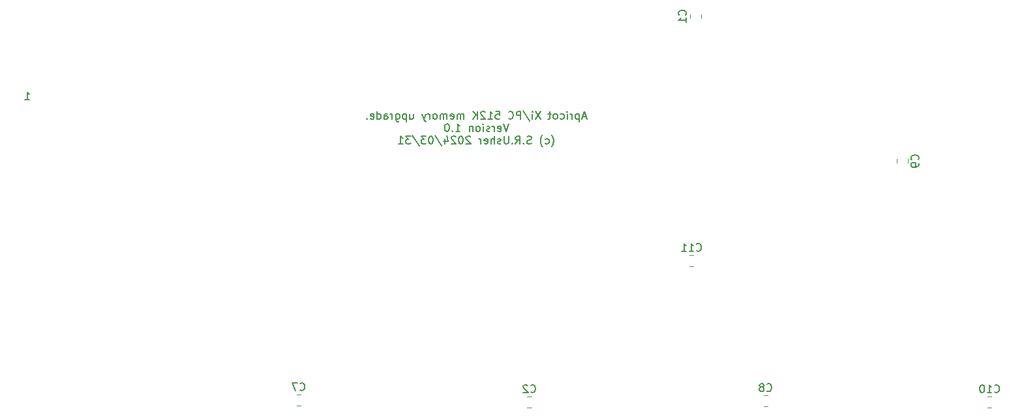
<source format=gbr>
%TF.GenerationSoftware,KiCad,Pcbnew,8.0.1*%
%TF.CreationDate,2024-03-31T12:23:00+01:00*%
%TF.ProjectId,Apricot-Xi-Expansion-RAM,41707269-636f-4742-9d58-692d45787061,rev?*%
%TF.SameCoordinates,Original*%
%TF.FileFunction,Legend,Bot*%
%TF.FilePolarity,Positive*%
%FSLAX46Y46*%
G04 Gerber Fmt 4.6, Leading zero omitted, Abs format (unit mm)*
G04 Created by KiCad (PCBNEW 8.0.1) date 2024-03-31 12:23:00*
%MOMM*%
%LPD*%
G01*
G04 APERTURE LIST*
%ADD10C,0.150000*%
%ADD11C,0.120000*%
G04 APERTURE END LIST*
D10*
X160530095Y-66739716D02*
X160053905Y-66739716D01*
X160625333Y-67025431D02*
X160292000Y-66025431D01*
X160292000Y-66025431D02*
X159958667Y-67025431D01*
X159625333Y-66358764D02*
X159625333Y-67358764D01*
X159625333Y-66406383D02*
X159530095Y-66358764D01*
X159530095Y-66358764D02*
X159339619Y-66358764D01*
X159339619Y-66358764D02*
X159244381Y-66406383D01*
X159244381Y-66406383D02*
X159196762Y-66454002D01*
X159196762Y-66454002D02*
X159149143Y-66549240D01*
X159149143Y-66549240D02*
X159149143Y-66834954D01*
X159149143Y-66834954D02*
X159196762Y-66930192D01*
X159196762Y-66930192D02*
X159244381Y-66977812D01*
X159244381Y-66977812D02*
X159339619Y-67025431D01*
X159339619Y-67025431D02*
X159530095Y-67025431D01*
X159530095Y-67025431D02*
X159625333Y-66977812D01*
X158720571Y-67025431D02*
X158720571Y-66358764D01*
X158720571Y-66549240D02*
X158672952Y-66454002D01*
X158672952Y-66454002D02*
X158625333Y-66406383D01*
X158625333Y-66406383D02*
X158530095Y-66358764D01*
X158530095Y-66358764D02*
X158434857Y-66358764D01*
X158101523Y-67025431D02*
X158101523Y-66358764D01*
X158101523Y-66025431D02*
X158149142Y-66073050D01*
X158149142Y-66073050D02*
X158101523Y-66120669D01*
X158101523Y-66120669D02*
X158053904Y-66073050D01*
X158053904Y-66073050D02*
X158101523Y-66025431D01*
X158101523Y-66025431D02*
X158101523Y-66120669D01*
X157196762Y-66977812D02*
X157292000Y-67025431D01*
X157292000Y-67025431D02*
X157482476Y-67025431D01*
X157482476Y-67025431D02*
X157577714Y-66977812D01*
X157577714Y-66977812D02*
X157625333Y-66930192D01*
X157625333Y-66930192D02*
X157672952Y-66834954D01*
X157672952Y-66834954D02*
X157672952Y-66549240D01*
X157672952Y-66549240D02*
X157625333Y-66454002D01*
X157625333Y-66454002D02*
X157577714Y-66406383D01*
X157577714Y-66406383D02*
X157482476Y-66358764D01*
X157482476Y-66358764D02*
X157292000Y-66358764D01*
X157292000Y-66358764D02*
X157196762Y-66406383D01*
X156625333Y-67025431D02*
X156720571Y-66977812D01*
X156720571Y-66977812D02*
X156768190Y-66930192D01*
X156768190Y-66930192D02*
X156815809Y-66834954D01*
X156815809Y-66834954D02*
X156815809Y-66549240D01*
X156815809Y-66549240D02*
X156768190Y-66454002D01*
X156768190Y-66454002D02*
X156720571Y-66406383D01*
X156720571Y-66406383D02*
X156625333Y-66358764D01*
X156625333Y-66358764D02*
X156482476Y-66358764D01*
X156482476Y-66358764D02*
X156387238Y-66406383D01*
X156387238Y-66406383D02*
X156339619Y-66454002D01*
X156339619Y-66454002D02*
X156292000Y-66549240D01*
X156292000Y-66549240D02*
X156292000Y-66834954D01*
X156292000Y-66834954D02*
X156339619Y-66930192D01*
X156339619Y-66930192D02*
X156387238Y-66977812D01*
X156387238Y-66977812D02*
X156482476Y-67025431D01*
X156482476Y-67025431D02*
X156625333Y-67025431D01*
X156006285Y-66358764D02*
X155625333Y-66358764D01*
X155863428Y-66025431D02*
X155863428Y-66882573D01*
X155863428Y-66882573D02*
X155815809Y-66977812D01*
X155815809Y-66977812D02*
X155720571Y-67025431D01*
X155720571Y-67025431D02*
X155625333Y-67025431D01*
X154625332Y-66025431D02*
X153958666Y-67025431D01*
X153958666Y-66025431D02*
X154625332Y-67025431D01*
X153577713Y-67025431D02*
X153577713Y-66358764D01*
X153577713Y-66025431D02*
X153625332Y-66073050D01*
X153625332Y-66073050D02*
X153577713Y-66120669D01*
X153577713Y-66120669D02*
X153530094Y-66073050D01*
X153530094Y-66073050D02*
X153577713Y-66025431D01*
X153577713Y-66025431D02*
X153577713Y-66120669D01*
X152387238Y-65977812D02*
X153244380Y-67263526D01*
X152053904Y-67025431D02*
X152053904Y-66025431D01*
X152053904Y-66025431D02*
X151672952Y-66025431D01*
X151672952Y-66025431D02*
X151577714Y-66073050D01*
X151577714Y-66073050D02*
X151530095Y-66120669D01*
X151530095Y-66120669D02*
X151482476Y-66215907D01*
X151482476Y-66215907D02*
X151482476Y-66358764D01*
X151482476Y-66358764D02*
X151530095Y-66454002D01*
X151530095Y-66454002D02*
X151577714Y-66501621D01*
X151577714Y-66501621D02*
X151672952Y-66549240D01*
X151672952Y-66549240D02*
X152053904Y-66549240D01*
X150482476Y-66930192D02*
X150530095Y-66977812D01*
X150530095Y-66977812D02*
X150672952Y-67025431D01*
X150672952Y-67025431D02*
X150768190Y-67025431D01*
X150768190Y-67025431D02*
X150911047Y-66977812D01*
X150911047Y-66977812D02*
X151006285Y-66882573D01*
X151006285Y-66882573D02*
X151053904Y-66787335D01*
X151053904Y-66787335D02*
X151101523Y-66596859D01*
X151101523Y-66596859D02*
X151101523Y-66454002D01*
X151101523Y-66454002D02*
X151053904Y-66263526D01*
X151053904Y-66263526D02*
X151006285Y-66168288D01*
X151006285Y-66168288D02*
X150911047Y-66073050D01*
X150911047Y-66073050D02*
X150768190Y-66025431D01*
X150768190Y-66025431D02*
X150672952Y-66025431D01*
X150672952Y-66025431D02*
X150530095Y-66073050D01*
X150530095Y-66073050D02*
X150482476Y-66120669D01*
X148815809Y-66025431D02*
X149291999Y-66025431D01*
X149291999Y-66025431D02*
X149339618Y-66501621D01*
X149339618Y-66501621D02*
X149291999Y-66454002D01*
X149291999Y-66454002D02*
X149196761Y-66406383D01*
X149196761Y-66406383D02*
X148958666Y-66406383D01*
X148958666Y-66406383D02*
X148863428Y-66454002D01*
X148863428Y-66454002D02*
X148815809Y-66501621D01*
X148815809Y-66501621D02*
X148768190Y-66596859D01*
X148768190Y-66596859D02*
X148768190Y-66834954D01*
X148768190Y-66834954D02*
X148815809Y-66930192D01*
X148815809Y-66930192D02*
X148863428Y-66977812D01*
X148863428Y-66977812D02*
X148958666Y-67025431D01*
X148958666Y-67025431D02*
X149196761Y-67025431D01*
X149196761Y-67025431D02*
X149291999Y-66977812D01*
X149291999Y-66977812D02*
X149339618Y-66930192D01*
X147815809Y-67025431D02*
X148387237Y-67025431D01*
X148101523Y-67025431D02*
X148101523Y-66025431D01*
X148101523Y-66025431D02*
X148196761Y-66168288D01*
X148196761Y-66168288D02*
X148291999Y-66263526D01*
X148291999Y-66263526D02*
X148387237Y-66311145D01*
X147434856Y-66120669D02*
X147387237Y-66073050D01*
X147387237Y-66073050D02*
X147291999Y-66025431D01*
X147291999Y-66025431D02*
X147053904Y-66025431D01*
X147053904Y-66025431D02*
X146958666Y-66073050D01*
X146958666Y-66073050D02*
X146911047Y-66120669D01*
X146911047Y-66120669D02*
X146863428Y-66215907D01*
X146863428Y-66215907D02*
X146863428Y-66311145D01*
X146863428Y-66311145D02*
X146911047Y-66454002D01*
X146911047Y-66454002D02*
X147482475Y-67025431D01*
X147482475Y-67025431D02*
X146863428Y-67025431D01*
X146434856Y-67025431D02*
X146434856Y-66025431D01*
X145863428Y-67025431D02*
X146291999Y-66454002D01*
X145863428Y-66025431D02*
X146434856Y-66596859D01*
X144672951Y-67025431D02*
X144672951Y-66358764D01*
X144672951Y-66454002D02*
X144625332Y-66406383D01*
X144625332Y-66406383D02*
X144530094Y-66358764D01*
X144530094Y-66358764D02*
X144387237Y-66358764D01*
X144387237Y-66358764D02*
X144291999Y-66406383D01*
X144291999Y-66406383D02*
X144244380Y-66501621D01*
X144244380Y-66501621D02*
X144244380Y-67025431D01*
X144244380Y-66501621D02*
X144196761Y-66406383D01*
X144196761Y-66406383D02*
X144101523Y-66358764D01*
X144101523Y-66358764D02*
X143958666Y-66358764D01*
X143958666Y-66358764D02*
X143863427Y-66406383D01*
X143863427Y-66406383D02*
X143815808Y-66501621D01*
X143815808Y-66501621D02*
X143815808Y-67025431D01*
X142958666Y-66977812D02*
X143053904Y-67025431D01*
X143053904Y-67025431D02*
X143244380Y-67025431D01*
X143244380Y-67025431D02*
X143339618Y-66977812D01*
X143339618Y-66977812D02*
X143387237Y-66882573D01*
X143387237Y-66882573D02*
X143387237Y-66501621D01*
X143387237Y-66501621D02*
X143339618Y-66406383D01*
X143339618Y-66406383D02*
X143244380Y-66358764D01*
X143244380Y-66358764D02*
X143053904Y-66358764D01*
X143053904Y-66358764D02*
X142958666Y-66406383D01*
X142958666Y-66406383D02*
X142911047Y-66501621D01*
X142911047Y-66501621D02*
X142911047Y-66596859D01*
X142911047Y-66596859D02*
X143387237Y-66692097D01*
X142482475Y-67025431D02*
X142482475Y-66358764D01*
X142482475Y-66454002D02*
X142434856Y-66406383D01*
X142434856Y-66406383D02*
X142339618Y-66358764D01*
X142339618Y-66358764D02*
X142196761Y-66358764D01*
X142196761Y-66358764D02*
X142101523Y-66406383D01*
X142101523Y-66406383D02*
X142053904Y-66501621D01*
X142053904Y-66501621D02*
X142053904Y-67025431D01*
X142053904Y-66501621D02*
X142006285Y-66406383D01*
X142006285Y-66406383D02*
X141911047Y-66358764D01*
X141911047Y-66358764D02*
X141768190Y-66358764D01*
X141768190Y-66358764D02*
X141672951Y-66406383D01*
X141672951Y-66406383D02*
X141625332Y-66501621D01*
X141625332Y-66501621D02*
X141625332Y-67025431D01*
X141006285Y-67025431D02*
X141101523Y-66977812D01*
X141101523Y-66977812D02*
X141149142Y-66930192D01*
X141149142Y-66930192D02*
X141196761Y-66834954D01*
X141196761Y-66834954D02*
X141196761Y-66549240D01*
X141196761Y-66549240D02*
X141149142Y-66454002D01*
X141149142Y-66454002D02*
X141101523Y-66406383D01*
X141101523Y-66406383D02*
X141006285Y-66358764D01*
X141006285Y-66358764D02*
X140863428Y-66358764D01*
X140863428Y-66358764D02*
X140768190Y-66406383D01*
X140768190Y-66406383D02*
X140720571Y-66454002D01*
X140720571Y-66454002D02*
X140672952Y-66549240D01*
X140672952Y-66549240D02*
X140672952Y-66834954D01*
X140672952Y-66834954D02*
X140720571Y-66930192D01*
X140720571Y-66930192D02*
X140768190Y-66977812D01*
X140768190Y-66977812D02*
X140863428Y-67025431D01*
X140863428Y-67025431D02*
X141006285Y-67025431D01*
X140244380Y-67025431D02*
X140244380Y-66358764D01*
X140244380Y-66549240D02*
X140196761Y-66454002D01*
X140196761Y-66454002D02*
X140149142Y-66406383D01*
X140149142Y-66406383D02*
X140053904Y-66358764D01*
X140053904Y-66358764D02*
X139958666Y-66358764D01*
X139720570Y-66358764D02*
X139482475Y-67025431D01*
X139244380Y-66358764D02*
X139482475Y-67025431D01*
X139482475Y-67025431D02*
X139577713Y-67263526D01*
X139577713Y-67263526D02*
X139625332Y-67311145D01*
X139625332Y-67311145D02*
X139720570Y-67358764D01*
X137672951Y-66358764D02*
X137672951Y-67025431D01*
X138101522Y-66358764D02*
X138101522Y-66882573D01*
X138101522Y-66882573D02*
X138053903Y-66977812D01*
X138053903Y-66977812D02*
X137958665Y-67025431D01*
X137958665Y-67025431D02*
X137815808Y-67025431D01*
X137815808Y-67025431D02*
X137720570Y-66977812D01*
X137720570Y-66977812D02*
X137672951Y-66930192D01*
X137196760Y-66358764D02*
X137196760Y-67358764D01*
X137196760Y-66406383D02*
X137101522Y-66358764D01*
X137101522Y-66358764D02*
X136911046Y-66358764D01*
X136911046Y-66358764D02*
X136815808Y-66406383D01*
X136815808Y-66406383D02*
X136768189Y-66454002D01*
X136768189Y-66454002D02*
X136720570Y-66549240D01*
X136720570Y-66549240D02*
X136720570Y-66834954D01*
X136720570Y-66834954D02*
X136768189Y-66930192D01*
X136768189Y-66930192D02*
X136815808Y-66977812D01*
X136815808Y-66977812D02*
X136911046Y-67025431D01*
X136911046Y-67025431D02*
X137101522Y-67025431D01*
X137101522Y-67025431D02*
X137196760Y-66977812D01*
X135863427Y-66358764D02*
X135863427Y-67168288D01*
X135863427Y-67168288D02*
X135911046Y-67263526D01*
X135911046Y-67263526D02*
X135958665Y-67311145D01*
X135958665Y-67311145D02*
X136053903Y-67358764D01*
X136053903Y-67358764D02*
X136196760Y-67358764D01*
X136196760Y-67358764D02*
X136291998Y-67311145D01*
X135863427Y-66977812D02*
X135958665Y-67025431D01*
X135958665Y-67025431D02*
X136149141Y-67025431D01*
X136149141Y-67025431D02*
X136244379Y-66977812D01*
X136244379Y-66977812D02*
X136291998Y-66930192D01*
X136291998Y-66930192D02*
X136339617Y-66834954D01*
X136339617Y-66834954D02*
X136339617Y-66549240D01*
X136339617Y-66549240D02*
X136291998Y-66454002D01*
X136291998Y-66454002D02*
X136244379Y-66406383D01*
X136244379Y-66406383D02*
X136149141Y-66358764D01*
X136149141Y-66358764D02*
X135958665Y-66358764D01*
X135958665Y-66358764D02*
X135863427Y-66406383D01*
X135387236Y-67025431D02*
X135387236Y-66358764D01*
X135387236Y-66549240D02*
X135339617Y-66454002D01*
X135339617Y-66454002D02*
X135291998Y-66406383D01*
X135291998Y-66406383D02*
X135196760Y-66358764D01*
X135196760Y-66358764D02*
X135101522Y-66358764D01*
X134339617Y-67025431D02*
X134339617Y-66501621D01*
X134339617Y-66501621D02*
X134387236Y-66406383D01*
X134387236Y-66406383D02*
X134482474Y-66358764D01*
X134482474Y-66358764D02*
X134672950Y-66358764D01*
X134672950Y-66358764D02*
X134768188Y-66406383D01*
X134339617Y-66977812D02*
X134434855Y-67025431D01*
X134434855Y-67025431D02*
X134672950Y-67025431D01*
X134672950Y-67025431D02*
X134768188Y-66977812D01*
X134768188Y-66977812D02*
X134815807Y-66882573D01*
X134815807Y-66882573D02*
X134815807Y-66787335D01*
X134815807Y-66787335D02*
X134768188Y-66692097D01*
X134768188Y-66692097D02*
X134672950Y-66644478D01*
X134672950Y-66644478D02*
X134434855Y-66644478D01*
X134434855Y-66644478D02*
X134339617Y-66596859D01*
X133434855Y-67025431D02*
X133434855Y-66025431D01*
X133434855Y-66977812D02*
X133530093Y-67025431D01*
X133530093Y-67025431D02*
X133720569Y-67025431D01*
X133720569Y-67025431D02*
X133815807Y-66977812D01*
X133815807Y-66977812D02*
X133863426Y-66930192D01*
X133863426Y-66930192D02*
X133911045Y-66834954D01*
X133911045Y-66834954D02*
X133911045Y-66549240D01*
X133911045Y-66549240D02*
X133863426Y-66454002D01*
X133863426Y-66454002D02*
X133815807Y-66406383D01*
X133815807Y-66406383D02*
X133720569Y-66358764D01*
X133720569Y-66358764D02*
X133530093Y-66358764D01*
X133530093Y-66358764D02*
X133434855Y-66406383D01*
X132577712Y-66977812D02*
X132672950Y-67025431D01*
X132672950Y-67025431D02*
X132863426Y-67025431D01*
X132863426Y-67025431D02*
X132958664Y-66977812D01*
X132958664Y-66977812D02*
X133006283Y-66882573D01*
X133006283Y-66882573D02*
X133006283Y-66501621D01*
X133006283Y-66501621D02*
X132958664Y-66406383D01*
X132958664Y-66406383D02*
X132863426Y-66358764D01*
X132863426Y-66358764D02*
X132672950Y-66358764D01*
X132672950Y-66358764D02*
X132577712Y-66406383D01*
X132577712Y-66406383D02*
X132530093Y-66501621D01*
X132530093Y-66501621D02*
X132530093Y-66596859D01*
X132530093Y-66596859D02*
X133006283Y-66692097D01*
X132101521Y-66930192D02*
X132053902Y-66977812D01*
X132053902Y-66977812D02*
X132101521Y-67025431D01*
X132101521Y-67025431D02*
X132149140Y-66977812D01*
X132149140Y-66977812D02*
X132101521Y-66930192D01*
X132101521Y-66930192D02*
X132101521Y-67025431D01*
X150482475Y-67635375D02*
X150149142Y-68635375D01*
X150149142Y-68635375D02*
X149815809Y-67635375D01*
X149101523Y-68587756D02*
X149196761Y-68635375D01*
X149196761Y-68635375D02*
X149387237Y-68635375D01*
X149387237Y-68635375D02*
X149482475Y-68587756D01*
X149482475Y-68587756D02*
X149530094Y-68492517D01*
X149530094Y-68492517D02*
X149530094Y-68111565D01*
X149530094Y-68111565D02*
X149482475Y-68016327D01*
X149482475Y-68016327D02*
X149387237Y-67968708D01*
X149387237Y-67968708D02*
X149196761Y-67968708D01*
X149196761Y-67968708D02*
X149101523Y-68016327D01*
X149101523Y-68016327D02*
X149053904Y-68111565D01*
X149053904Y-68111565D02*
X149053904Y-68206803D01*
X149053904Y-68206803D02*
X149530094Y-68302041D01*
X148625332Y-68635375D02*
X148625332Y-67968708D01*
X148625332Y-68159184D02*
X148577713Y-68063946D01*
X148577713Y-68063946D02*
X148530094Y-68016327D01*
X148530094Y-68016327D02*
X148434856Y-67968708D01*
X148434856Y-67968708D02*
X148339618Y-67968708D01*
X148053903Y-68587756D02*
X147958665Y-68635375D01*
X147958665Y-68635375D02*
X147768189Y-68635375D01*
X147768189Y-68635375D02*
X147672951Y-68587756D01*
X147672951Y-68587756D02*
X147625332Y-68492517D01*
X147625332Y-68492517D02*
X147625332Y-68444898D01*
X147625332Y-68444898D02*
X147672951Y-68349660D01*
X147672951Y-68349660D02*
X147768189Y-68302041D01*
X147768189Y-68302041D02*
X147911046Y-68302041D01*
X147911046Y-68302041D02*
X148006284Y-68254422D01*
X148006284Y-68254422D02*
X148053903Y-68159184D01*
X148053903Y-68159184D02*
X148053903Y-68111565D01*
X148053903Y-68111565D02*
X148006284Y-68016327D01*
X148006284Y-68016327D02*
X147911046Y-67968708D01*
X147911046Y-67968708D02*
X147768189Y-67968708D01*
X147768189Y-67968708D02*
X147672951Y-68016327D01*
X147196760Y-68635375D02*
X147196760Y-67968708D01*
X147196760Y-67635375D02*
X147244379Y-67682994D01*
X147244379Y-67682994D02*
X147196760Y-67730613D01*
X147196760Y-67730613D02*
X147149141Y-67682994D01*
X147149141Y-67682994D02*
X147196760Y-67635375D01*
X147196760Y-67635375D02*
X147196760Y-67730613D01*
X146577713Y-68635375D02*
X146672951Y-68587756D01*
X146672951Y-68587756D02*
X146720570Y-68540136D01*
X146720570Y-68540136D02*
X146768189Y-68444898D01*
X146768189Y-68444898D02*
X146768189Y-68159184D01*
X146768189Y-68159184D02*
X146720570Y-68063946D01*
X146720570Y-68063946D02*
X146672951Y-68016327D01*
X146672951Y-68016327D02*
X146577713Y-67968708D01*
X146577713Y-67968708D02*
X146434856Y-67968708D01*
X146434856Y-67968708D02*
X146339618Y-68016327D01*
X146339618Y-68016327D02*
X146291999Y-68063946D01*
X146291999Y-68063946D02*
X146244380Y-68159184D01*
X146244380Y-68159184D02*
X146244380Y-68444898D01*
X146244380Y-68444898D02*
X146291999Y-68540136D01*
X146291999Y-68540136D02*
X146339618Y-68587756D01*
X146339618Y-68587756D02*
X146434856Y-68635375D01*
X146434856Y-68635375D02*
X146577713Y-68635375D01*
X145815808Y-67968708D02*
X145815808Y-68635375D01*
X145815808Y-68063946D02*
X145768189Y-68016327D01*
X145768189Y-68016327D02*
X145672951Y-67968708D01*
X145672951Y-67968708D02*
X145530094Y-67968708D01*
X145530094Y-67968708D02*
X145434856Y-68016327D01*
X145434856Y-68016327D02*
X145387237Y-68111565D01*
X145387237Y-68111565D02*
X145387237Y-68635375D01*
X143625332Y-68635375D02*
X144196760Y-68635375D01*
X143911046Y-68635375D02*
X143911046Y-67635375D01*
X143911046Y-67635375D02*
X144006284Y-67778232D01*
X144006284Y-67778232D02*
X144101522Y-67873470D01*
X144101522Y-67873470D02*
X144196760Y-67921089D01*
X143196760Y-68540136D02*
X143149141Y-68587756D01*
X143149141Y-68587756D02*
X143196760Y-68635375D01*
X143196760Y-68635375D02*
X143244379Y-68587756D01*
X143244379Y-68587756D02*
X143196760Y-68540136D01*
X143196760Y-68540136D02*
X143196760Y-68635375D01*
X142530094Y-67635375D02*
X142434856Y-67635375D01*
X142434856Y-67635375D02*
X142339618Y-67682994D01*
X142339618Y-67682994D02*
X142291999Y-67730613D01*
X142291999Y-67730613D02*
X142244380Y-67825851D01*
X142244380Y-67825851D02*
X142196761Y-68016327D01*
X142196761Y-68016327D02*
X142196761Y-68254422D01*
X142196761Y-68254422D02*
X142244380Y-68444898D01*
X142244380Y-68444898D02*
X142291999Y-68540136D01*
X142291999Y-68540136D02*
X142339618Y-68587756D01*
X142339618Y-68587756D02*
X142434856Y-68635375D01*
X142434856Y-68635375D02*
X142530094Y-68635375D01*
X142530094Y-68635375D02*
X142625332Y-68587756D01*
X142625332Y-68587756D02*
X142672951Y-68540136D01*
X142672951Y-68540136D02*
X142720570Y-68444898D01*
X142720570Y-68444898D02*
X142768189Y-68254422D01*
X142768189Y-68254422D02*
X142768189Y-68016327D01*
X142768189Y-68016327D02*
X142720570Y-67825851D01*
X142720570Y-67825851D02*
X142672951Y-67730613D01*
X142672951Y-67730613D02*
X142625332Y-67682994D01*
X142625332Y-67682994D02*
X142530094Y-67635375D01*
X156053905Y-70626271D02*
X156101524Y-70578652D01*
X156101524Y-70578652D02*
X156196762Y-70435795D01*
X156196762Y-70435795D02*
X156244381Y-70340557D01*
X156244381Y-70340557D02*
X156292000Y-70197700D01*
X156292000Y-70197700D02*
X156339619Y-69959604D01*
X156339619Y-69959604D02*
X156339619Y-69769128D01*
X156339619Y-69769128D02*
X156292000Y-69531033D01*
X156292000Y-69531033D02*
X156244381Y-69388176D01*
X156244381Y-69388176D02*
X156196762Y-69292938D01*
X156196762Y-69292938D02*
X156101524Y-69150080D01*
X156101524Y-69150080D02*
X156053905Y-69102461D01*
X155244381Y-70197700D02*
X155339619Y-70245319D01*
X155339619Y-70245319D02*
X155530095Y-70245319D01*
X155530095Y-70245319D02*
X155625333Y-70197700D01*
X155625333Y-70197700D02*
X155672952Y-70150080D01*
X155672952Y-70150080D02*
X155720571Y-70054842D01*
X155720571Y-70054842D02*
X155720571Y-69769128D01*
X155720571Y-69769128D02*
X155672952Y-69673890D01*
X155672952Y-69673890D02*
X155625333Y-69626271D01*
X155625333Y-69626271D02*
X155530095Y-69578652D01*
X155530095Y-69578652D02*
X155339619Y-69578652D01*
X155339619Y-69578652D02*
X155244381Y-69626271D01*
X154911047Y-70626271D02*
X154863428Y-70578652D01*
X154863428Y-70578652D02*
X154768190Y-70435795D01*
X154768190Y-70435795D02*
X154720571Y-70340557D01*
X154720571Y-70340557D02*
X154672952Y-70197700D01*
X154672952Y-70197700D02*
X154625333Y-69959604D01*
X154625333Y-69959604D02*
X154625333Y-69769128D01*
X154625333Y-69769128D02*
X154672952Y-69531033D01*
X154672952Y-69531033D02*
X154720571Y-69388176D01*
X154720571Y-69388176D02*
X154768190Y-69292938D01*
X154768190Y-69292938D02*
X154863428Y-69150080D01*
X154863428Y-69150080D02*
X154911047Y-69102461D01*
X153434856Y-70197700D02*
X153291999Y-70245319D01*
X153291999Y-70245319D02*
X153053904Y-70245319D01*
X153053904Y-70245319D02*
X152958666Y-70197700D01*
X152958666Y-70197700D02*
X152911047Y-70150080D01*
X152911047Y-70150080D02*
X152863428Y-70054842D01*
X152863428Y-70054842D02*
X152863428Y-69959604D01*
X152863428Y-69959604D02*
X152911047Y-69864366D01*
X152911047Y-69864366D02*
X152958666Y-69816747D01*
X152958666Y-69816747D02*
X153053904Y-69769128D01*
X153053904Y-69769128D02*
X153244380Y-69721509D01*
X153244380Y-69721509D02*
X153339618Y-69673890D01*
X153339618Y-69673890D02*
X153387237Y-69626271D01*
X153387237Y-69626271D02*
X153434856Y-69531033D01*
X153434856Y-69531033D02*
X153434856Y-69435795D01*
X153434856Y-69435795D02*
X153387237Y-69340557D01*
X153387237Y-69340557D02*
X153339618Y-69292938D01*
X153339618Y-69292938D02*
X153244380Y-69245319D01*
X153244380Y-69245319D02*
X153006285Y-69245319D01*
X153006285Y-69245319D02*
X152863428Y-69292938D01*
X152434856Y-70150080D02*
X152387237Y-70197700D01*
X152387237Y-70197700D02*
X152434856Y-70245319D01*
X152434856Y-70245319D02*
X152482475Y-70197700D01*
X152482475Y-70197700D02*
X152434856Y-70150080D01*
X152434856Y-70150080D02*
X152434856Y-70245319D01*
X151387238Y-70245319D02*
X151720571Y-69769128D01*
X151958666Y-70245319D02*
X151958666Y-69245319D01*
X151958666Y-69245319D02*
X151577714Y-69245319D01*
X151577714Y-69245319D02*
X151482476Y-69292938D01*
X151482476Y-69292938D02*
X151434857Y-69340557D01*
X151434857Y-69340557D02*
X151387238Y-69435795D01*
X151387238Y-69435795D02*
X151387238Y-69578652D01*
X151387238Y-69578652D02*
X151434857Y-69673890D01*
X151434857Y-69673890D02*
X151482476Y-69721509D01*
X151482476Y-69721509D02*
X151577714Y-69769128D01*
X151577714Y-69769128D02*
X151958666Y-69769128D01*
X150958666Y-70150080D02*
X150911047Y-70197700D01*
X150911047Y-70197700D02*
X150958666Y-70245319D01*
X150958666Y-70245319D02*
X151006285Y-70197700D01*
X151006285Y-70197700D02*
X150958666Y-70150080D01*
X150958666Y-70150080D02*
X150958666Y-70245319D01*
X150482476Y-69245319D02*
X150482476Y-70054842D01*
X150482476Y-70054842D02*
X150434857Y-70150080D01*
X150434857Y-70150080D02*
X150387238Y-70197700D01*
X150387238Y-70197700D02*
X150292000Y-70245319D01*
X150292000Y-70245319D02*
X150101524Y-70245319D01*
X150101524Y-70245319D02*
X150006286Y-70197700D01*
X150006286Y-70197700D02*
X149958667Y-70150080D01*
X149958667Y-70150080D02*
X149911048Y-70054842D01*
X149911048Y-70054842D02*
X149911048Y-69245319D01*
X149482476Y-70197700D02*
X149387238Y-70245319D01*
X149387238Y-70245319D02*
X149196762Y-70245319D01*
X149196762Y-70245319D02*
X149101524Y-70197700D01*
X149101524Y-70197700D02*
X149053905Y-70102461D01*
X149053905Y-70102461D02*
X149053905Y-70054842D01*
X149053905Y-70054842D02*
X149101524Y-69959604D01*
X149101524Y-69959604D02*
X149196762Y-69911985D01*
X149196762Y-69911985D02*
X149339619Y-69911985D01*
X149339619Y-69911985D02*
X149434857Y-69864366D01*
X149434857Y-69864366D02*
X149482476Y-69769128D01*
X149482476Y-69769128D02*
X149482476Y-69721509D01*
X149482476Y-69721509D02*
X149434857Y-69626271D01*
X149434857Y-69626271D02*
X149339619Y-69578652D01*
X149339619Y-69578652D02*
X149196762Y-69578652D01*
X149196762Y-69578652D02*
X149101524Y-69626271D01*
X148625333Y-70245319D02*
X148625333Y-69245319D01*
X148196762Y-70245319D02*
X148196762Y-69721509D01*
X148196762Y-69721509D02*
X148244381Y-69626271D01*
X148244381Y-69626271D02*
X148339619Y-69578652D01*
X148339619Y-69578652D02*
X148482476Y-69578652D01*
X148482476Y-69578652D02*
X148577714Y-69626271D01*
X148577714Y-69626271D02*
X148625333Y-69673890D01*
X147339619Y-70197700D02*
X147434857Y-70245319D01*
X147434857Y-70245319D02*
X147625333Y-70245319D01*
X147625333Y-70245319D02*
X147720571Y-70197700D01*
X147720571Y-70197700D02*
X147768190Y-70102461D01*
X147768190Y-70102461D02*
X147768190Y-69721509D01*
X147768190Y-69721509D02*
X147720571Y-69626271D01*
X147720571Y-69626271D02*
X147625333Y-69578652D01*
X147625333Y-69578652D02*
X147434857Y-69578652D01*
X147434857Y-69578652D02*
X147339619Y-69626271D01*
X147339619Y-69626271D02*
X147292000Y-69721509D01*
X147292000Y-69721509D02*
X147292000Y-69816747D01*
X147292000Y-69816747D02*
X147768190Y-69911985D01*
X146863428Y-70245319D02*
X146863428Y-69578652D01*
X146863428Y-69769128D02*
X146815809Y-69673890D01*
X146815809Y-69673890D02*
X146768190Y-69626271D01*
X146768190Y-69626271D02*
X146672952Y-69578652D01*
X146672952Y-69578652D02*
X146577714Y-69578652D01*
X145530094Y-69340557D02*
X145482475Y-69292938D01*
X145482475Y-69292938D02*
X145387237Y-69245319D01*
X145387237Y-69245319D02*
X145149142Y-69245319D01*
X145149142Y-69245319D02*
X145053904Y-69292938D01*
X145053904Y-69292938D02*
X145006285Y-69340557D01*
X145006285Y-69340557D02*
X144958666Y-69435795D01*
X144958666Y-69435795D02*
X144958666Y-69531033D01*
X144958666Y-69531033D02*
X145006285Y-69673890D01*
X145006285Y-69673890D02*
X145577713Y-70245319D01*
X145577713Y-70245319D02*
X144958666Y-70245319D01*
X144339618Y-69245319D02*
X144244380Y-69245319D01*
X144244380Y-69245319D02*
X144149142Y-69292938D01*
X144149142Y-69292938D02*
X144101523Y-69340557D01*
X144101523Y-69340557D02*
X144053904Y-69435795D01*
X144053904Y-69435795D02*
X144006285Y-69626271D01*
X144006285Y-69626271D02*
X144006285Y-69864366D01*
X144006285Y-69864366D02*
X144053904Y-70054842D01*
X144053904Y-70054842D02*
X144101523Y-70150080D01*
X144101523Y-70150080D02*
X144149142Y-70197700D01*
X144149142Y-70197700D02*
X144244380Y-70245319D01*
X144244380Y-70245319D02*
X144339618Y-70245319D01*
X144339618Y-70245319D02*
X144434856Y-70197700D01*
X144434856Y-70197700D02*
X144482475Y-70150080D01*
X144482475Y-70150080D02*
X144530094Y-70054842D01*
X144530094Y-70054842D02*
X144577713Y-69864366D01*
X144577713Y-69864366D02*
X144577713Y-69626271D01*
X144577713Y-69626271D02*
X144530094Y-69435795D01*
X144530094Y-69435795D02*
X144482475Y-69340557D01*
X144482475Y-69340557D02*
X144434856Y-69292938D01*
X144434856Y-69292938D02*
X144339618Y-69245319D01*
X143625332Y-69340557D02*
X143577713Y-69292938D01*
X143577713Y-69292938D02*
X143482475Y-69245319D01*
X143482475Y-69245319D02*
X143244380Y-69245319D01*
X143244380Y-69245319D02*
X143149142Y-69292938D01*
X143149142Y-69292938D02*
X143101523Y-69340557D01*
X143101523Y-69340557D02*
X143053904Y-69435795D01*
X143053904Y-69435795D02*
X143053904Y-69531033D01*
X143053904Y-69531033D02*
X143101523Y-69673890D01*
X143101523Y-69673890D02*
X143672951Y-70245319D01*
X143672951Y-70245319D02*
X143053904Y-70245319D01*
X142196761Y-69578652D02*
X142196761Y-70245319D01*
X142434856Y-69197700D02*
X142672951Y-69911985D01*
X142672951Y-69911985D02*
X142053904Y-69911985D01*
X140958666Y-69197700D02*
X141815808Y-70483414D01*
X140434856Y-69245319D02*
X140339618Y-69245319D01*
X140339618Y-69245319D02*
X140244380Y-69292938D01*
X140244380Y-69292938D02*
X140196761Y-69340557D01*
X140196761Y-69340557D02*
X140149142Y-69435795D01*
X140149142Y-69435795D02*
X140101523Y-69626271D01*
X140101523Y-69626271D02*
X140101523Y-69864366D01*
X140101523Y-69864366D02*
X140149142Y-70054842D01*
X140149142Y-70054842D02*
X140196761Y-70150080D01*
X140196761Y-70150080D02*
X140244380Y-70197700D01*
X140244380Y-70197700D02*
X140339618Y-70245319D01*
X140339618Y-70245319D02*
X140434856Y-70245319D01*
X140434856Y-70245319D02*
X140530094Y-70197700D01*
X140530094Y-70197700D02*
X140577713Y-70150080D01*
X140577713Y-70150080D02*
X140625332Y-70054842D01*
X140625332Y-70054842D02*
X140672951Y-69864366D01*
X140672951Y-69864366D02*
X140672951Y-69626271D01*
X140672951Y-69626271D02*
X140625332Y-69435795D01*
X140625332Y-69435795D02*
X140577713Y-69340557D01*
X140577713Y-69340557D02*
X140530094Y-69292938D01*
X140530094Y-69292938D02*
X140434856Y-69245319D01*
X139768189Y-69245319D02*
X139149142Y-69245319D01*
X139149142Y-69245319D02*
X139482475Y-69626271D01*
X139482475Y-69626271D02*
X139339618Y-69626271D01*
X139339618Y-69626271D02*
X139244380Y-69673890D01*
X139244380Y-69673890D02*
X139196761Y-69721509D01*
X139196761Y-69721509D02*
X139149142Y-69816747D01*
X139149142Y-69816747D02*
X139149142Y-70054842D01*
X139149142Y-70054842D02*
X139196761Y-70150080D01*
X139196761Y-70150080D02*
X139244380Y-70197700D01*
X139244380Y-70197700D02*
X139339618Y-70245319D01*
X139339618Y-70245319D02*
X139625332Y-70245319D01*
X139625332Y-70245319D02*
X139720570Y-70197700D01*
X139720570Y-70197700D02*
X139768189Y-70150080D01*
X138006285Y-69197700D02*
X138863427Y-70483414D01*
X137768189Y-69245319D02*
X137149142Y-69245319D01*
X137149142Y-69245319D02*
X137482475Y-69626271D01*
X137482475Y-69626271D02*
X137339618Y-69626271D01*
X137339618Y-69626271D02*
X137244380Y-69673890D01*
X137244380Y-69673890D02*
X137196761Y-69721509D01*
X137196761Y-69721509D02*
X137149142Y-69816747D01*
X137149142Y-69816747D02*
X137149142Y-70054842D01*
X137149142Y-70054842D02*
X137196761Y-70150080D01*
X137196761Y-70150080D02*
X137244380Y-70197700D01*
X137244380Y-70197700D02*
X137339618Y-70245319D01*
X137339618Y-70245319D02*
X137625332Y-70245319D01*
X137625332Y-70245319D02*
X137720570Y-70197700D01*
X137720570Y-70197700D02*
X137768189Y-70150080D01*
X136196761Y-70245319D02*
X136768189Y-70245319D01*
X136482475Y-70245319D02*
X136482475Y-69245319D01*
X136482475Y-69245319D02*
X136577713Y-69388176D01*
X136577713Y-69388176D02*
X136672951Y-69483414D01*
X136672951Y-69483414D02*
X136768189Y-69531033D01*
X87706285Y-64530319D02*
X88277713Y-64530319D01*
X87991999Y-64530319D02*
X87991999Y-63530319D01*
X87991999Y-63530319D02*
X88087237Y-63673176D01*
X88087237Y-63673176D02*
X88182475Y-63768414D01*
X88182475Y-63768414D02*
X88277713Y-63816033D01*
X153344166Y-102490680D02*
X153391785Y-102538300D01*
X153391785Y-102538300D02*
X153534642Y-102585919D01*
X153534642Y-102585919D02*
X153629880Y-102585919D01*
X153629880Y-102585919D02*
X153772737Y-102538300D01*
X153772737Y-102538300D02*
X153867975Y-102443061D01*
X153867975Y-102443061D02*
X153915594Y-102347823D01*
X153915594Y-102347823D02*
X153963213Y-102157347D01*
X153963213Y-102157347D02*
X153963213Y-102014490D01*
X153963213Y-102014490D02*
X153915594Y-101824014D01*
X153915594Y-101824014D02*
X153867975Y-101728776D01*
X153867975Y-101728776D02*
X153772737Y-101633538D01*
X153772737Y-101633538D02*
X153629880Y-101585919D01*
X153629880Y-101585919D02*
X153534642Y-101585919D01*
X153534642Y-101585919D02*
X153391785Y-101633538D01*
X153391785Y-101633538D02*
X153344166Y-101681157D01*
X152963213Y-101681157D02*
X152915594Y-101633538D01*
X152915594Y-101633538D02*
X152820356Y-101585919D01*
X152820356Y-101585919D02*
X152582261Y-101585919D01*
X152582261Y-101585919D02*
X152487023Y-101633538D01*
X152487023Y-101633538D02*
X152439404Y-101681157D01*
X152439404Y-101681157D02*
X152391785Y-101776395D01*
X152391785Y-101776395D02*
X152391785Y-101871633D01*
X152391785Y-101871633D02*
X152439404Y-102014490D01*
X152439404Y-102014490D02*
X153010832Y-102585919D01*
X153010832Y-102585919D02*
X152391785Y-102585919D01*
X123417866Y-102256280D02*
X123465485Y-102303900D01*
X123465485Y-102303900D02*
X123608342Y-102351519D01*
X123608342Y-102351519D02*
X123703580Y-102351519D01*
X123703580Y-102351519D02*
X123846437Y-102303900D01*
X123846437Y-102303900D02*
X123941675Y-102208661D01*
X123941675Y-102208661D02*
X123989294Y-102113423D01*
X123989294Y-102113423D02*
X124036913Y-101922947D01*
X124036913Y-101922947D02*
X124036913Y-101780090D01*
X124036913Y-101780090D02*
X123989294Y-101589614D01*
X123989294Y-101589614D02*
X123941675Y-101494376D01*
X123941675Y-101494376D02*
X123846437Y-101399138D01*
X123846437Y-101399138D02*
X123703580Y-101351519D01*
X123703580Y-101351519D02*
X123608342Y-101351519D01*
X123608342Y-101351519D02*
X123465485Y-101399138D01*
X123465485Y-101399138D02*
X123417866Y-101446757D01*
X123084532Y-101351519D02*
X122417866Y-101351519D01*
X122417866Y-101351519D02*
X122846437Y-102351519D01*
X184007366Y-102347680D02*
X184054985Y-102395300D01*
X184054985Y-102395300D02*
X184197842Y-102442919D01*
X184197842Y-102442919D02*
X184293080Y-102442919D01*
X184293080Y-102442919D02*
X184435937Y-102395300D01*
X184435937Y-102395300D02*
X184531175Y-102300061D01*
X184531175Y-102300061D02*
X184578794Y-102204823D01*
X184578794Y-102204823D02*
X184626413Y-102014347D01*
X184626413Y-102014347D02*
X184626413Y-101871490D01*
X184626413Y-101871490D02*
X184578794Y-101681014D01*
X184578794Y-101681014D02*
X184531175Y-101585776D01*
X184531175Y-101585776D02*
X184435937Y-101490538D01*
X184435937Y-101490538D02*
X184293080Y-101442919D01*
X184293080Y-101442919D02*
X184197842Y-101442919D01*
X184197842Y-101442919D02*
X184054985Y-101490538D01*
X184054985Y-101490538D02*
X184007366Y-101538157D01*
X183435937Y-101871490D02*
X183531175Y-101823871D01*
X183531175Y-101823871D02*
X183578794Y-101776252D01*
X183578794Y-101776252D02*
X183626413Y-101681014D01*
X183626413Y-101681014D02*
X183626413Y-101633395D01*
X183626413Y-101633395D02*
X183578794Y-101538157D01*
X183578794Y-101538157D02*
X183531175Y-101490538D01*
X183531175Y-101490538D02*
X183435937Y-101442919D01*
X183435937Y-101442919D02*
X183245461Y-101442919D01*
X183245461Y-101442919D02*
X183150223Y-101490538D01*
X183150223Y-101490538D02*
X183102604Y-101538157D01*
X183102604Y-101538157D02*
X183054985Y-101633395D01*
X183054985Y-101633395D02*
X183054985Y-101681014D01*
X183054985Y-101681014D02*
X183102604Y-101776252D01*
X183102604Y-101776252D02*
X183150223Y-101823871D01*
X183150223Y-101823871D02*
X183245461Y-101871490D01*
X183245461Y-101871490D02*
X183435937Y-101871490D01*
X183435937Y-101871490D02*
X183531175Y-101919109D01*
X183531175Y-101919109D02*
X183578794Y-101966728D01*
X183578794Y-101966728D02*
X183626413Y-102061966D01*
X183626413Y-102061966D02*
X183626413Y-102252442D01*
X183626413Y-102252442D02*
X183578794Y-102347680D01*
X183578794Y-102347680D02*
X183531175Y-102395300D01*
X183531175Y-102395300D02*
X183435937Y-102442919D01*
X183435937Y-102442919D02*
X183245461Y-102442919D01*
X183245461Y-102442919D02*
X183150223Y-102395300D01*
X183150223Y-102395300D02*
X183102604Y-102347680D01*
X183102604Y-102347680D02*
X183054985Y-102252442D01*
X183054985Y-102252442D02*
X183054985Y-102061966D01*
X183054985Y-102061966D02*
X183102604Y-101966728D01*
X183102604Y-101966728D02*
X183150223Y-101919109D01*
X183150223Y-101919109D02*
X183245461Y-101871490D01*
X203637380Y-72316833D02*
X203685000Y-72269214D01*
X203685000Y-72269214D02*
X203732619Y-72126357D01*
X203732619Y-72126357D02*
X203732619Y-72031119D01*
X203732619Y-72031119D02*
X203685000Y-71888262D01*
X203685000Y-71888262D02*
X203589761Y-71793024D01*
X203589761Y-71793024D02*
X203494523Y-71745405D01*
X203494523Y-71745405D02*
X203304047Y-71697786D01*
X203304047Y-71697786D02*
X203161190Y-71697786D01*
X203161190Y-71697786D02*
X202970714Y-71745405D01*
X202970714Y-71745405D02*
X202875476Y-71793024D01*
X202875476Y-71793024D02*
X202780238Y-71888262D01*
X202780238Y-71888262D02*
X202732619Y-72031119D01*
X202732619Y-72031119D02*
X202732619Y-72126357D01*
X202732619Y-72126357D02*
X202780238Y-72269214D01*
X202780238Y-72269214D02*
X202827857Y-72316833D01*
X203732619Y-72793024D02*
X203732619Y-72983500D01*
X203732619Y-72983500D02*
X203685000Y-73078738D01*
X203685000Y-73078738D02*
X203637380Y-73126357D01*
X203637380Y-73126357D02*
X203494523Y-73221595D01*
X203494523Y-73221595D02*
X203304047Y-73269214D01*
X203304047Y-73269214D02*
X202923095Y-73269214D01*
X202923095Y-73269214D02*
X202827857Y-73221595D01*
X202827857Y-73221595D02*
X202780238Y-73173976D01*
X202780238Y-73173976D02*
X202732619Y-73078738D01*
X202732619Y-73078738D02*
X202732619Y-72888262D01*
X202732619Y-72888262D02*
X202780238Y-72793024D01*
X202780238Y-72793024D02*
X202827857Y-72745405D01*
X202827857Y-72745405D02*
X202923095Y-72697786D01*
X202923095Y-72697786D02*
X203161190Y-72697786D01*
X203161190Y-72697786D02*
X203256428Y-72745405D01*
X203256428Y-72745405D02*
X203304047Y-72793024D01*
X203304047Y-72793024D02*
X203351666Y-72888262D01*
X203351666Y-72888262D02*
X203351666Y-73078738D01*
X203351666Y-73078738D02*
X203304047Y-73173976D01*
X203304047Y-73173976D02*
X203256428Y-73221595D01*
X203256428Y-73221595D02*
X203161190Y-73269214D01*
X213565757Y-102494080D02*
X213613376Y-102541700D01*
X213613376Y-102541700D02*
X213756233Y-102589319D01*
X213756233Y-102589319D02*
X213851471Y-102589319D01*
X213851471Y-102589319D02*
X213994328Y-102541700D01*
X213994328Y-102541700D02*
X214089566Y-102446461D01*
X214089566Y-102446461D02*
X214137185Y-102351223D01*
X214137185Y-102351223D02*
X214184804Y-102160747D01*
X214184804Y-102160747D02*
X214184804Y-102017890D01*
X214184804Y-102017890D02*
X214137185Y-101827414D01*
X214137185Y-101827414D02*
X214089566Y-101732176D01*
X214089566Y-101732176D02*
X213994328Y-101636938D01*
X213994328Y-101636938D02*
X213851471Y-101589319D01*
X213851471Y-101589319D02*
X213756233Y-101589319D01*
X213756233Y-101589319D02*
X213613376Y-101636938D01*
X213613376Y-101636938D02*
X213565757Y-101684557D01*
X212613376Y-102589319D02*
X213184804Y-102589319D01*
X212899090Y-102589319D02*
X212899090Y-101589319D01*
X212899090Y-101589319D02*
X212994328Y-101732176D01*
X212994328Y-101732176D02*
X213089566Y-101827414D01*
X213089566Y-101827414D02*
X213184804Y-101875033D01*
X211994328Y-101589319D02*
X211899090Y-101589319D01*
X211899090Y-101589319D02*
X211803852Y-101636938D01*
X211803852Y-101636938D02*
X211756233Y-101684557D01*
X211756233Y-101684557D02*
X211708614Y-101779795D01*
X211708614Y-101779795D02*
X211660995Y-101970271D01*
X211660995Y-101970271D02*
X211660995Y-102208366D01*
X211660995Y-102208366D02*
X211708614Y-102398842D01*
X211708614Y-102398842D02*
X211756233Y-102494080D01*
X211756233Y-102494080D02*
X211803852Y-102541700D01*
X211803852Y-102541700D02*
X211899090Y-102589319D01*
X211899090Y-102589319D02*
X211994328Y-102589319D01*
X211994328Y-102589319D02*
X212089566Y-102541700D01*
X212089566Y-102541700D02*
X212137185Y-102494080D01*
X212137185Y-102494080D02*
X212184804Y-102398842D01*
X212184804Y-102398842D02*
X212232423Y-102208366D01*
X212232423Y-102208366D02*
X212232423Y-101970271D01*
X212232423Y-101970271D02*
X212184804Y-101779795D01*
X212184804Y-101779795D02*
X212137185Y-101684557D01*
X212137185Y-101684557D02*
X212089566Y-101636938D01*
X212089566Y-101636938D02*
X211994328Y-101589319D01*
X174870557Y-84112980D02*
X174918176Y-84160600D01*
X174918176Y-84160600D02*
X175061033Y-84208219D01*
X175061033Y-84208219D02*
X175156271Y-84208219D01*
X175156271Y-84208219D02*
X175299128Y-84160600D01*
X175299128Y-84160600D02*
X175394366Y-84065361D01*
X175394366Y-84065361D02*
X175441985Y-83970123D01*
X175441985Y-83970123D02*
X175489604Y-83779647D01*
X175489604Y-83779647D02*
X175489604Y-83636790D01*
X175489604Y-83636790D02*
X175441985Y-83446314D01*
X175441985Y-83446314D02*
X175394366Y-83351076D01*
X175394366Y-83351076D02*
X175299128Y-83255838D01*
X175299128Y-83255838D02*
X175156271Y-83208219D01*
X175156271Y-83208219D02*
X175061033Y-83208219D01*
X175061033Y-83208219D02*
X174918176Y-83255838D01*
X174918176Y-83255838D02*
X174870557Y-83303457D01*
X173918176Y-84208219D02*
X174489604Y-84208219D01*
X174203890Y-84208219D02*
X174203890Y-83208219D01*
X174203890Y-83208219D02*
X174299128Y-83351076D01*
X174299128Y-83351076D02*
X174394366Y-83446314D01*
X174394366Y-83446314D02*
X174489604Y-83493933D01*
X172965795Y-84208219D02*
X173537223Y-84208219D01*
X173251509Y-84208219D02*
X173251509Y-83208219D01*
X173251509Y-83208219D02*
X173346747Y-83351076D01*
X173346747Y-83351076D02*
X173441985Y-83446314D01*
X173441985Y-83446314D02*
X173537223Y-83493933D01*
X173451380Y-53487633D02*
X173499000Y-53440014D01*
X173499000Y-53440014D02*
X173546619Y-53297157D01*
X173546619Y-53297157D02*
X173546619Y-53201919D01*
X173546619Y-53201919D02*
X173499000Y-53059062D01*
X173499000Y-53059062D02*
X173403761Y-52963824D01*
X173403761Y-52963824D02*
X173308523Y-52916205D01*
X173308523Y-52916205D02*
X173118047Y-52868586D01*
X173118047Y-52868586D02*
X172975190Y-52868586D01*
X172975190Y-52868586D02*
X172784714Y-52916205D01*
X172784714Y-52916205D02*
X172689476Y-52963824D01*
X172689476Y-52963824D02*
X172594238Y-53059062D01*
X172594238Y-53059062D02*
X172546619Y-53201919D01*
X172546619Y-53201919D02*
X172546619Y-53297157D01*
X172546619Y-53297157D02*
X172594238Y-53440014D01*
X172594238Y-53440014D02*
X172641857Y-53487633D01*
X173546619Y-54440014D02*
X173546619Y-53868586D01*
X173546619Y-54154300D02*
X172546619Y-54154300D01*
X172546619Y-54154300D02*
X172689476Y-54059062D01*
X172689476Y-54059062D02*
X172784714Y-53963824D01*
X172784714Y-53963824D02*
X172832333Y-53868586D01*
D11*
%TO.C,C2*%
X153438752Y-103076100D02*
X152916248Y-103076100D01*
X153438752Y-104546100D02*
X152916248Y-104546100D01*
%TO.C,C7*%
X123512452Y-102841700D02*
X122989948Y-102841700D01*
X123512452Y-104311700D02*
X122989948Y-104311700D01*
%TO.C,C8*%
X184101952Y-102933100D02*
X183579448Y-102933100D01*
X184101952Y-104403100D02*
X183579448Y-104403100D01*
%TO.C,C9*%
X200862800Y-72744752D02*
X200862800Y-72222248D01*
X202332800Y-72744752D02*
X202332800Y-72222248D01*
%TO.C,C10*%
X213184152Y-103079500D02*
X212661648Y-103079500D01*
X213184152Y-104549500D02*
X212661648Y-104549500D01*
%TO.C,C11*%
X174488952Y-84698400D02*
X173966448Y-84698400D01*
X174488952Y-86168400D02*
X173966448Y-86168400D01*
%TO.C,C1*%
X174036800Y-53393048D02*
X174036800Y-53915552D01*
X175506800Y-53393048D02*
X175506800Y-53915552D01*
%TD*%
M02*

</source>
